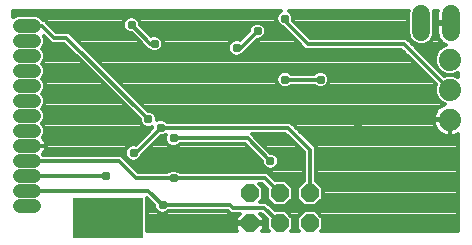
<source format=gbl>
G75*
%MOIN*%
%OFA0B0*%
%FSLAX25Y25*%
%IPPOS*%
%LPD*%
%AMOC8*
5,1,8,0,0,1.08239X$1,22.5*
%
%ADD10R,0.23622X0.13780*%
%ADD11OC8,0.06000*%
%ADD12C,0.04756*%
%ADD13C,0.06000*%
%ADD14C,0.07400*%
%ADD15C,0.01400*%
%ADD16C,0.02800*%
%ADD17C,0.03100*%
D10*
X0053012Y0016800D03*
D11*
X0100406Y0015167D03*
X0110406Y0015167D03*
X0120406Y0015167D03*
X0120406Y0025167D03*
X0110406Y0025167D03*
X0100406Y0025167D03*
D12*
X0028471Y0020957D02*
X0023715Y0020957D01*
X0023715Y0025957D02*
X0028471Y0025957D01*
X0028471Y0030957D02*
X0023715Y0030957D01*
X0023715Y0035957D02*
X0028471Y0035957D01*
X0028471Y0040957D02*
X0023715Y0040957D01*
X0023715Y0045957D02*
X0028471Y0045957D01*
X0028471Y0050957D02*
X0023715Y0050957D01*
X0023715Y0055957D02*
X0028471Y0055957D01*
X0028471Y0060957D02*
X0023715Y0060957D01*
X0023715Y0065957D02*
X0028471Y0065957D01*
X0028471Y0070957D02*
X0023715Y0070957D01*
X0023715Y0075957D02*
X0028471Y0075957D01*
X0028471Y0080957D02*
X0023715Y0080957D01*
D13*
X0157579Y0078877D02*
X0157579Y0084877D01*
X0167579Y0084877D02*
X0167579Y0078877D01*
D14*
X0167076Y0069711D03*
X0167076Y0059711D03*
X0167076Y0049711D03*
D15*
X0166976Y0049811D02*
X0166976Y0049611D01*
X0161676Y0049611D01*
X0161676Y0049286D01*
X0161809Y0048446D01*
X0162072Y0047638D01*
X0162458Y0046881D01*
X0162957Y0046193D01*
X0163558Y0045592D01*
X0164246Y0045092D01*
X0165003Y0044706D01*
X0165811Y0044444D01*
X0166651Y0044311D01*
X0166976Y0044311D01*
X0166976Y0049611D01*
X0167176Y0049611D01*
X0167176Y0044311D01*
X0167501Y0044311D01*
X0168341Y0044444D01*
X0169149Y0044706D01*
X0169660Y0044967D01*
X0169660Y0012653D01*
X0123974Y0012653D01*
X0124706Y0013386D01*
X0124706Y0016948D01*
X0122187Y0019467D01*
X0118625Y0019467D01*
X0116106Y0016948D01*
X0116106Y0013386D01*
X0116838Y0012653D01*
X0113974Y0012653D01*
X0114706Y0013386D01*
X0114706Y0016948D01*
X0112187Y0019467D01*
X0108934Y0019467D01*
X0107119Y0021282D01*
X0105948Y0022453D01*
X0103774Y0022453D01*
X0104706Y0023386D01*
X0104706Y0026948D01*
X0103432Y0028222D01*
X0104522Y0028222D01*
X0106106Y0026638D01*
X0106106Y0023386D01*
X0108625Y0020867D01*
X0112187Y0020867D01*
X0114706Y0023386D01*
X0114706Y0026948D01*
X0112187Y0029467D01*
X0108934Y0029467D01*
X0107351Y0031050D01*
X0106179Y0032222D01*
X0077011Y0032222D01*
X0076594Y0032638D01*
X0075547Y0033072D01*
X0074413Y0033072D01*
X0073366Y0032638D01*
X0072950Y0032222D01*
X0063208Y0032222D01*
X0057473Y0037957D01*
X0031623Y0037957D01*
X0031589Y0038041D01*
X0031455Y0038174D01*
X0031581Y0038301D01*
X0031958Y0038820D01*
X0032250Y0039392D01*
X0032448Y0040002D01*
X0032549Y0040636D01*
X0032549Y0040957D01*
X0026093Y0040957D01*
X0026093Y0040957D01*
X0032549Y0040957D01*
X0032549Y0041278D01*
X0032448Y0041912D01*
X0032250Y0042523D01*
X0031958Y0043095D01*
X0031581Y0043614D01*
X0031455Y0043740D01*
X0031589Y0043874D01*
X0032149Y0045226D01*
X0032149Y0046689D01*
X0031589Y0048041D01*
X0031172Y0048457D01*
X0031589Y0048874D01*
X0032149Y0050226D01*
X0032149Y0051689D01*
X0031589Y0053041D01*
X0031172Y0053457D01*
X0031589Y0053874D01*
X0032149Y0055226D01*
X0032149Y0056689D01*
X0031589Y0058041D01*
X0031172Y0058457D01*
X0031589Y0058874D01*
X0032149Y0060226D01*
X0032149Y0061689D01*
X0031589Y0063041D01*
X0031172Y0063457D01*
X0031589Y0063874D01*
X0032149Y0065226D01*
X0032149Y0066689D01*
X0031589Y0068041D01*
X0031172Y0068457D01*
X0031589Y0068874D01*
X0032149Y0070226D01*
X0032149Y0071689D01*
X0031589Y0073041D01*
X0031172Y0073457D01*
X0031589Y0073874D01*
X0032149Y0075226D01*
X0032149Y0076689D01*
X0031769Y0077604D01*
X0033080Y0076293D01*
X0034252Y0075122D01*
X0038452Y0075122D01*
X0063730Y0049843D01*
X0063730Y0049255D01*
X0064164Y0048207D01*
X0064966Y0047406D01*
X0066013Y0046972D01*
X0067147Y0046972D01*
X0067930Y0047296D01*
X0067930Y0047000D01*
X0062356Y0041426D01*
X0062247Y0041472D01*
X0061113Y0041472D01*
X0060066Y0041038D01*
X0059264Y0040236D01*
X0058830Y0039189D01*
X0058830Y0038055D01*
X0059264Y0037007D01*
X0060066Y0036206D01*
X0061113Y0035772D01*
X0062247Y0035772D01*
X0063294Y0036206D01*
X0064096Y0037007D01*
X0064451Y0037864D01*
X0070758Y0044172D01*
X0071347Y0044172D01*
X0072334Y0044581D01*
X0072130Y0044089D01*
X0072130Y0042955D01*
X0072564Y0041907D01*
X0073366Y0041106D01*
X0074413Y0040672D01*
X0075547Y0040672D01*
X0076594Y0041106D01*
X0077011Y0041522D01*
X0098852Y0041522D01*
X0104430Y0035943D01*
X0104430Y0035355D01*
X0104864Y0034307D01*
X0105666Y0033506D01*
X0106713Y0033072D01*
X0107847Y0033072D01*
X0108894Y0033506D01*
X0109696Y0034307D01*
X0110130Y0035355D01*
X0110130Y0036489D01*
X0109696Y0037536D01*
X0108894Y0038338D01*
X0107847Y0038772D01*
X0107258Y0038772D01*
X0100977Y0045053D01*
X0112252Y0045053D01*
X0118406Y0038899D01*
X0118406Y0029248D01*
X0116106Y0026948D01*
X0116106Y0023386D01*
X0118625Y0020867D01*
X0122187Y0020867D01*
X0124706Y0023386D01*
X0124706Y0026948D01*
X0122406Y0029248D01*
X0122406Y0040556D01*
X0115080Y0047882D01*
X0113908Y0049053D01*
X0093783Y0049053D01*
X0093752Y0049022D01*
X0072811Y0049022D01*
X0072394Y0049438D01*
X0071347Y0049872D01*
X0070213Y0049872D01*
X0069430Y0049547D01*
X0069430Y0050389D01*
X0068996Y0051436D01*
X0068194Y0052238D01*
X0067147Y0052672D01*
X0066558Y0052672D01*
X0040108Y0079122D01*
X0035908Y0079122D01*
X0032073Y0082957D01*
X0031623Y0082957D01*
X0031589Y0083041D01*
X0030554Y0084075D01*
X0029202Y0084635D01*
X0022983Y0084635D01*
X0021631Y0084075D01*
X0021580Y0084024D01*
X0021580Y0085930D01*
X0110689Y0085930D01*
X0110466Y0085838D01*
X0109664Y0085036D01*
X0109230Y0083989D01*
X0109230Y0082855D01*
X0109664Y0081807D01*
X0110466Y0081006D01*
X0111323Y0080651D01*
X0118952Y0073022D01*
X0150937Y0073022D01*
X0162421Y0061538D01*
X0162076Y0060705D01*
X0162076Y0058716D01*
X0162837Y0056878D01*
X0164244Y0055472D01*
X0165602Y0054910D01*
X0165003Y0054715D01*
X0164246Y0054329D01*
X0163558Y0053830D01*
X0162957Y0053229D01*
X0162458Y0052541D01*
X0162072Y0051784D01*
X0161809Y0050975D01*
X0161676Y0050136D01*
X0161676Y0049811D01*
X0166976Y0049811D01*
X0166976Y0048510D02*
X0167176Y0048510D01*
X0167176Y0047112D02*
X0166976Y0047112D01*
X0166976Y0045713D02*
X0167176Y0045713D01*
X0167176Y0044315D02*
X0166976Y0044315D01*
X0166627Y0044315D02*
X0118647Y0044315D01*
X0117249Y0045713D02*
X0163437Y0045713D01*
X0162340Y0047112D02*
X0115850Y0047112D01*
X0114452Y0048510D02*
X0161799Y0048510D01*
X0161676Y0049909D02*
X0069430Y0049909D01*
X0069050Y0051307D02*
X0161917Y0051307D01*
X0162577Y0052706D02*
X0066525Y0052706D01*
X0065126Y0054104D02*
X0163936Y0054104D01*
X0164213Y0055503D02*
X0063728Y0055503D01*
X0062329Y0056901D02*
X0162828Y0056901D01*
X0162249Y0058300D02*
X0060931Y0058300D01*
X0059532Y0059698D02*
X0162076Y0059698D01*
X0162238Y0061097D02*
X0125985Y0061097D01*
X0125594Y0060706D02*
X0126396Y0061507D01*
X0126830Y0062555D01*
X0126830Y0063689D01*
X0126396Y0064736D01*
X0125594Y0065538D01*
X0124547Y0065972D01*
X0123413Y0065972D01*
X0122366Y0065538D01*
X0121950Y0065122D01*
X0114111Y0065122D01*
X0113694Y0065538D01*
X0112647Y0065972D01*
X0111513Y0065972D01*
X0110466Y0065538D01*
X0109664Y0064736D01*
X0109230Y0063689D01*
X0109230Y0062555D01*
X0109664Y0061507D01*
X0110466Y0060706D01*
X0111513Y0060272D01*
X0112647Y0060272D01*
X0113694Y0060706D01*
X0114111Y0061122D01*
X0121950Y0061122D01*
X0122366Y0060706D01*
X0123413Y0060272D01*
X0124547Y0060272D01*
X0125594Y0060706D01*
X0126805Y0062495D02*
X0161463Y0062495D01*
X0160065Y0063894D02*
X0126745Y0063894D01*
X0125840Y0065292D02*
X0158666Y0065292D01*
X0157268Y0066691D02*
X0052539Y0066691D01*
X0053938Y0065292D02*
X0110220Y0065292D01*
X0109315Y0063894D02*
X0055336Y0063894D01*
X0056735Y0062495D02*
X0109255Y0062495D01*
X0110075Y0061097D02*
X0058134Y0061097D01*
X0055274Y0058300D02*
X0031330Y0058300D01*
X0031930Y0059698D02*
X0053875Y0059698D01*
X0052477Y0061097D02*
X0032149Y0061097D01*
X0031814Y0062495D02*
X0051078Y0062495D01*
X0049680Y0063894D02*
X0031597Y0063894D01*
X0032149Y0065292D02*
X0048281Y0065292D01*
X0046883Y0066691D02*
X0032148Y0066691D01*
X0031540Y0068089D02*
X0045484Y0068089D01*
X0044086Y0069488D02*
X0031843Y0069488D01*
X0032149Y0070886D02*
X0042687Y0070886D01*
X0041289Y0072285D02*
X0031902Y0072285D01*
X0031398Y0073683D02*
X0039890Y0073683D01*
X0038492Y0075082D02*
X0032089Y0075082D01*
X0032149Y0076480D02*
X0032893Y0076480D01*
X0035080Y0077122D02*
X0039280Y0077122D01*
X0066580Y0049822D01*
X0064039Y0048510D02*
X0031225Y0048510D01*
X0031973Y0047112D02*
X0065676Y0047112D01*
X0066643Y0045713D02*
X0032149Y0045713D01*
X0031771Y0044315D02*
X0065244Y0044315D01*
X0063846Y0042916D02*
X0032049Y0042916D01*
X0032511Y0041518D02*
X0062447Y0041518D01*
X0062380Y0038622D02*
X0061680Y0038622D01*
X0062380Y0038622D02*
X0070780Y0047022D01*
X0094580Y0047022D01*
X0094612Y0047053D01*
X0113080Y0047053D01*
X0120406Y0039727D01*
X0120406Y0025167D01*
X0123259Y0021938D02*
X0169660Y0021938D01*
X0169660Y0023337D02*
X0124657Y0023337D01*
X0124706Y0024735D02*
X0169660Y0024735D01*
X0169660Y0026134D02*
X0124706Y0026134D01*
X0124121Y0027532D02*
X0169660Y0027532D01*
X0169660Y0028931D02*
X0122723Y0028931D01*
X0122406Y0030329D02*
X0169660Y0030329D01*
X0169660Y0031728D02*
X0122406Y0031728D01*
X0122406Y0033126D02*
X0169660Y0033126D01*
X0169660Y0034525D02*
X0122406Y0034525D01*
X0122406Y0035923D02*
X0169660Y0035923D01*
X0169660Y0037322D02*
X0122406Y0037322D01*
X0122406Y0038721D02*
X0169660Y0038721D01*
X0169660Y0040119D02*
X0122406Y0040119D01*
X0121444Y0041518D02*
X0169660Y0041518D01*
X0169660Y0042916D02*
X0120046Y0042916D01*
X0115787Y0041518D02*
X0104513Y0041518D01*
X0105911Y0040119D02*
X0117186Y0040119D01*
X0118406Y0038721D02*
X0107971Y0038721D01*
X0109785Y0037322D02*
X0118406Y0037322D01*
X0118406Y0035923D02*
X0110130Y0035923D01*
X0109786Y0034525D02*
X0118406Y0034525D01*
X0118406Y0033126D02*
X0107979Y0033126D01*
X0106581Y0033126D02*
X0062304Y0033126D01*
X0060905Y0034525D02*
X0104774Y0034525D01*
X0104430Y0035923D02*
X0062613Y0035923D01*
X0060747Y0035923D02*
X0059507Y0035923D01*
X0059134Y0037322D02*
X0058108Y0037322D01*
X0058830Y0038721D02*
X0031886Y0038721D01*
X0032467Y0040119D02*
X0059215Y0040119D01*
X0064226Y0037322D02*
X0103051Y0037322D01*
X0101653Y0038721D02*
X0065307Y0038721D01*
X0066706Y0040119D02*
X0100254Y0040119D01*
X0098856Y0041518D02*
X0077006Y0041518D01*
X0074980Y0043522D02*
X0099680Y0043522D01*
X0107280Y0035922D01*
X0106673Y0031728D02*
X0118406Y0031728D01*
X0118406Y0030329D02*
X0108072Y0030329D01*
X0107351Y0031050D02*
X0107351Y0031050D01*
X0105351Y0030222D02*
X0074980Y0030222D01*
X0062380Y0030222D01*
X0056645Y0035957D01*
X0026093Y0035957D01*
X0026093Y0030957D02*
X0052545Y0030957D01*
X0052580Y0030922D01*
X0066556Y0025957D02*
X0071304Y0021209D01*
X0093924Y0021209D01*
X0094680Y0020453D01*
X0105119Y0020453D01*
X0110406Y0015167D01*
X0114706Y0014946D02*
X0116106Y0014946D01*
X0116106Y0016344D02*
X0114706Y0016344D01*
X0113911Y0017743D02*
X0116901Y0017743D01*
X0118300Y0019141D02*
X0112512Y0019141D01*
X0113259Y0021938D02*
X0117553Y0021938D01*
X0116155Y0023337D02*
X0114657Y0023337D01*
X0114706Y0024735D02*
X0116106Y0024735D01*
X0116106Y0026134D02*
X0114706Y0026134D01*
X0114121Y0027532D02*
X0116691Y0027532D01*
X0118089Y0028931D02*
X0112723Y0028931D01*
X0110406Y0025167D02*
X0105351Y0030222D01*
X0105212Y0027532D02*
X0104121Y0027532D01*
X0104706Y0026134D02*
X0106106Y0026134D01*
X0106106Y0024735D02*
X0104706Y0024735D01*
X0104657Y0023337D02*
X0106155Y0023337D01*
X0106463Y0021938D02*
X0107553Y0021938D01*
X0107119Y0021282D02*
X0107119Y0021282D01*
X0107861Y0020540D02*
X0169660Y0020540D01*
X0169660Y0019141D02*
X0122512Y0019141D01*
X0123911Y0017743D02*
X0169660Y0017743D01*
X0169660Y0016344D02*
X0124706Y0016344D01*
X0124706Y0014946D02*
X0169660Y0014946D01*
X0169660Y0013547D02*
X0124706Y0013547D01*
X0116106Y0013547D02*
X0114706Y0013547D01*
X0106838Y0012653D02*
X0104539Y0012653D01*
X0105106Y0013220D01*
X0105106Y0014867D01*
X0100706Y0014867D01*
X0100706Y0015467D01*
X0105106Y0015467D01*
X0105106Y0017113D01*
X0103766Y0018453D01*
X0104291Y0018453D01*
X0106106Y0016638D01*
X0106106Y0013386D01*
X0106838Y0012653D01*
X0106106Y0013547D02*
X0105106Y0013547D01*
X0106106Y0014946D02*
X0100706Y0014946D01*
X0100106Y0014946D02*
X0066123Y0014946D01*
X0066123Y0016344D02*
X0095706Y0016344D01*
X0095706Y0017113D02*
X0095706Y0015467D01*
X0100106Y0015467D01*
X0100106Y0014867D01*
X0095706Y0014867D01*
X0095706Y0013220D01*
X0096273Y0012653D01*
X0066123Y0012653D01*
X0066123Y0023563D01*
X0068454Y0021231D01*
X0068454Y0020642D01*
X0068888Y0019595D01*
X0069690Y0018793D01*
X0070738Y0018359D01*
X0071871Y0018359D01*
X0072919Y0018793D01*
X0073335Y0019209D01*
X0093096Y0019209D01*
X0093852Y0018453D01*
X0097046Y0018453D01*
X0095706Y0017113D01*
X0096335Y0017743D02*
X0066123Y0017743D01*
X0066123Y0019141D02*
X0069342Y0019141D01*
X0068497Y0020540D02*
X0066123Y0020540D01*
X0066123Y0021938D02*
X0067747Y0021938D01*
X0066348Y0023337D02*
X0066123Y0023337D01*
X0066556Y0025957D02*
X0026093Y0025957D01*
X0032017Y0049909D02*
X0063665Y0049909D01*
X0062266Y0051307D02*
X0032149Y0051307D01*
X0031727Y0052706D02*
X0060868Y0052706D01*
X0059469Y0054104D02*
X0031684Y0054104D01*
X0032149Y0055503D02*
X0058071Y0055503D01*
X0056672Y0056901D02*
X0032061Y0056901D01*
X0051141Y0068089D02*
X0155869Y0068089D01*
X0154471Y0069488D02*
X0049742Y0069488D01*
X0048344Y0070886D02*
X0095137Y0070886D01*
X0095413Y0070772D02*
X0096547Y0070772D01*
X0097594Y0071206D01*
X0098011Y0071622D01*
X0098208Y0071622D01*
X0102958Y0076372D01*
X0103547Y0076372D01*
X0104594Y0076806D01*
X0105396Y0077607D01*
X0105830Y0078655D01*
X0105830Y0079789D01*
X0105396Y0080836D01*
X0104594Y0081638D01*
X0103547Y0082072D01*
X0102413Y0082072D01*
X0101366Y0081638D01*
X0100564Y0080836D01*
X0100130Y0079789D01*
X0100130Y0079200D01*
X0097151Y0076221D01*
X0096547Y0076472D01*
X0095413Y0076472D01*
X0094366Y0076038D01*
X0093564Y0075236D01*
X0093130Y0074189D01*
X0093130Y0073055D01*
X0093564Y0072007D01*
X0094366Y0071206D01*
X0095413Y0070772D01*
X0096823Y0070886D02*
X0153072Y0070886D01*
X0151674Y0072285D02*
X0098871Y0072285D01*
X0100270Y0073683D02*
X0118290Y0073683D01*
X0116892Y0075082D02*
X0101668Y0075082D01*
X0103809Y0076480D02*
X0115493Y0076480D01*
X0114095Y0077879D02*
X0105509Y0077879D01*
X0105830Y0079277D02*
X0112696Y0079277D01*
X0111262Y0080676D02*
X0105463Y0080676D01*
X0102980Y0079222D02*
X0097380Y0073622D01*
X0095980Y0073622D01*
X0093130Y0073683D02*
X0071210Y0073683D01*
X0071096Y0073407D02*
X0071530Y0074455D01*
X0071530Y0075589D01*
X0071096Y0076636D01*
X0070294Y0077438D01*
X0069247Y0077872D01*
X0068113Y0077872D01*
X0067509Y0077621D01*
X0063830Y0081300D01*
X0063830Y0081889D01*
X0063396Y0082936D01*
X0062594Y0083738D01*
X0061547Y0084172D01*
X0060413Y0084172D01*
X0059366Y0083738D01*
X0058564Y0082936D01*
X0058130Y0081889D01*
X0058130Y0080755D01*
X0058564Y0079707D01*
X0059366Y0078906D01*
X0060413Y0078472D01*
X0061002Y0078472D01*
X0065280Y0074193D01*
X0066452Y0073022D01*
X0066650Y0073022D01*
X0067066Y0072606D01*
X0068113Y0072172D01*
X0069247Y0072172D01*
X0070294Y0072606D01*
X0071096Y0073407D01*
X0071530Y0075082D02*
X0093500Y0075082D01*
X0093449Y0072285D02*
X0069520Y0072285D01*
X0067840Y0072285D02*
X0046945Y0072285D01*
X0045547Y0073683D02*
X0065790Y0073683D01*
X0064392Y0075082D02*
X0044148Y0075082D01*
X0042750Y0076480D02*
X0062993Y0076480D01*
X0061595Y0077879D02*
X0041351Y0077879D01*
X0035753Y0079277D02*
X0058994Y0079277D01*
X0058163Y0080676D02*
X0034354Y0080676D01*
X0032956Y0082074D02*
X0058207Y0082074D01*
X0059101Y0083473D02*
X0031156Y0083473D01*
X0031245Y0080957D02*
X0026093Y0080957D01*
X0031245Y0080957D02*
X0035080Y0077122D01*
X0021580Y0084871D02*
X0109596Y0084871D01*
X0109230Y0083473D02*
X0062859Y0083473D01*
X0063753Y0082074D02*
X0109553Y0082074D01*
X0112080Y0082722D02*
X0112080Y0083422D01*
X0112080Y0082722D02*
X0119780Y0075022D01*
X0151765Y0075022D01*
X0167076Y0059711D01*
X0165249Y0064366D02*
X0153765Y0075850D01*
X0152593Y0077022D01*
X0120608Y0077022D01*
X0114885Y0082745D01*
X0114930Y0082855D01*
X0114930Y0083989D01*
X0114496Y0085036D01*
X0113694Y0085838D01*
X0113471Y0085930D01*
X0153361Y0085930D01*
X0153279Y0085732D01*
X0153279Y0078022D01*
X0153934Y0076441D01*
X0155143Y0075232D01*
X0156724Y0074577D01*
X0158435Y0074577D01*
X0160015Y0075232D01*
X0161225Y0076441D01*
X0161879Y0078022D01*
X0161879Y0085732D01*
X0161797Y0085930D01*
X0162988Y0085930D01*
X0162879Y0085247D01*
X0162879Y0082177D01*
X0167279Y0082177D01*
X0167279Y0081577D01*
X0162879Y0081577D01*
X0162879Y0078507D01*
X0162995Y0077776D01*
X0163224Y0077073D01*
X0163559Y0076414D01*
X0163994Y0075815D01*
X0164517Y0075292D01*
X0165116Y0074857D01*
X0165707Y0074556D01*
X0164244Y0073950D01*
X0162837Y0072543D01*
X0162076Y0070705D01*
X0162076Y0068716D01*
X0162837Y0066878D01*
X0164244Y0065472D01*
X0166081Y0064711D01*
X0165249Y0064366D01*
X0166081Y0064711D02*
X0168071Y0064711D01*
X0169660Y0064052D01*
X0169660Y0065369D01*
X0168071Y0064711D01*
X0166081Y0064711D01*
X0164678Y0065292D02*
X0164323Y0065292D01*
X0163025Y0066691D02*
X0162924Y0066691D01*
X0162336Y0068089D02*
X0161526Y0068089D01*
X0162076Y0069488D02*
X0160127Y0069488D01*
X0158729Y0070886D02*
X0162151Y0070886D01*
X0162730Y0072285D02*
X0157330Y0072285D01*
X0155932Y0073683D02*
X0163977Y0073683D01*
X0164807Y0075082D02*
X0159654Y0075082D01*
X0161241Y0076480D02*
X0163525Y0076480D01*
X0162979Y0077879D02*
X0161820Y0077879D01*
X0161879Y0079277D02*
X0162879Y0079277D01*
X0162879Y0080676D02*
X0161879Y0080676D01*
X0161879Y0082074D02*
X0167279Y0082074D01*
X0162879Y0083473D02*
X0161879Y0083473D01*
X0161879Y0084871D02*
X0162879Y0084871D01*
X0153279Y0084871D02*
X0114564Y0084871D01*
X0114930Y0083473D02*
X0153279Y0083473D01*
X0153279Y0082074D02*
X0115556Y0082074D01*
X0116954Y0080676D02*
X0153279Y0080676D01*
X0153279Y0079277D02*
X0118353Y0079277D01*
X0119751Y0077879D02*
X0153338Y0077879D01*
X0153135Y0076480D02*
X0153918Y0076480D01*
X0154533Y0075082D02*
X0155505Y0075082D01*
X0169474Y0065292D02*
X0169660Y0065292D01*
X0169660Y0044315D02*
X0167525Y0044315D01*
X0123980Y0063122D02*
X0112080Y0063122D01*
X0114085Y0061097D02*
X0121975Y0061097D01*
X0122120Y0065292D02*
X0113940Y0065292D01*
X0097410Y0076480D02*
X0071161Y0076480D01*
X0068680Y0075022D02*
X0067280Y0075022D01*
X0060980Y0081322D01*
X0064454Y0080676D02*
X0100498Y0080676D01*
X0100130Y0079277D02*
X0065853Y0079277D01*
X0067251Y0077879D02*
X0098809Y0077879D01*
X0067930Y0047112D02*
X0067484Y0047112D01*
X0071692Y0044315D02*
X0072224Y0044315D01*
X0072146Y0042916D02*
X0069503Y0042916D01*
X0068104Y0041518D02*
X0072954Y0041518D01*
X0101716Y0044315D02*
X0112990Y0044315D01*
X0114389Y0042916D02*
X0103114Y0042916D01*
X0093163Y0019141D02*
X0073267Y0019141D01*
X0066123Y0013547D02*
X0095706Y0013547D01*
X0104477Y0017743D02*
X0105001Y0017743D01*
X0105106Y0016344D02*
X0106106Y0016344D01*
D16*
X0136580Y0047722D03*
X0137980Y0056822D03*
X0144280Y0072222D03*
X0145680Y0078522D03*
X0111380Y0053322D03*
X0099480Y0065922D03*
X0088280Y0066622D03*
X0033680Y0072222D03*
D17*
X0060980Y0081322D03*
X0068680Y0075022D03*
X0095980Y0073622D03*
X0102980Y0079222D03*
X0112080Y0083422D03*
X0112080Y0063122D03*
X0123980Y0063122D03*
X0107280Y0035922D03*
X0074980Y0030222D03*
X0071304Y0021209D03*
X0052580Y0030922D03*
X0061680Y0038622D03*
X0070780Y0047022D03*
X0066580Y0049822D03*
X0074980Y0043522D03*
M02*

</source>
